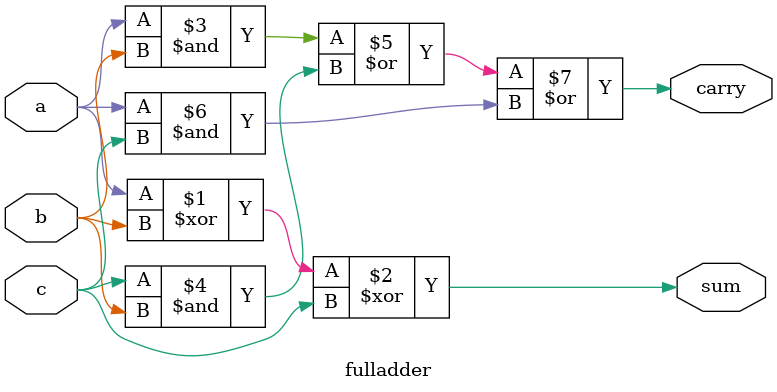
<source format=v>
module fulladder(
		input wire a,
		input wire b,
		input wire c,
	
		output wire sum,
		output wire carry
		);

	assign sum = a ^ b ^ c;
	assign carry = (a & b) | (c & b) | (a & c);

endmodule

</source>
